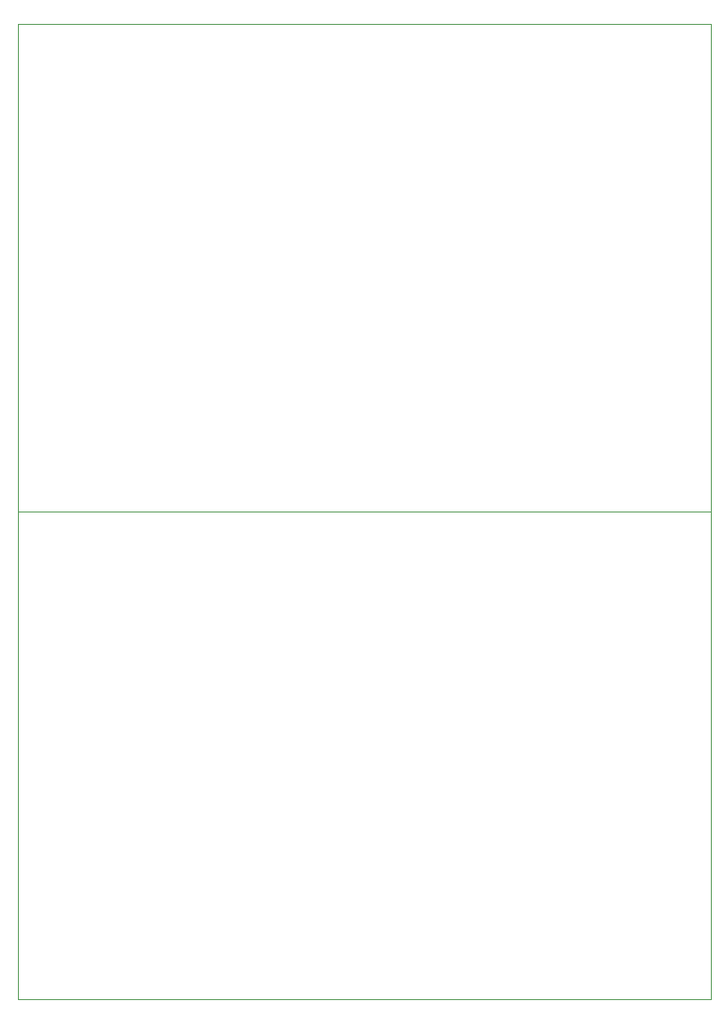
<source format=gbr>
G04 #@! TF.GenerationSoftware,KiCad,Pcbnew,5.1.5-52549c5~86~ubuntu18.04.1*
G04 #@! TF.CreationDate,2020-09-21T15:33:00-05:00*
G04 #@! TF.ProjectId,,58585858-5858-4585-9858-585858585858,rev?*
G04 #@! TF.SameCoordinates,Original*
G04 #@! TF.FileFunction,Profile,NP*
%FSLAX46Y46*%
G04 Gerber Fmt 4.6, Leading zero omitted, Abs format (unit mm)*
G04 Created by KiCad (PCBNEW 5.1.5-52549c5~86~ubuntu18.04.1) date 2020-09-21 15:33:00*
%MOMM*%
%LPD*%
G04 APERTURE LIST*
%ADD10C,0.050000*%
G04 APERTURE END LIST*
D10*
X107706200Y-133538000D02*
X176286200Y-133538000D01*
X107706200Y-85278000D02*
X107706200Y-133538000D01*
X176286200Y-85278000D02*
X176286200Y-133538000D01*
X107706200Y-85278000D02*
X176286200Y-85278000D01*
X176286200Y-37018000D02*
X176286200Y-85278000D01*
X107706200Y-85278000D02*
X176286200Y-85278000D01*
X107706200Y-37018000D02*
X176286200Y-37018000D01*
X107706200Y-37018000D02*
X107706200Y-85278000D01*
M02*

</source>
